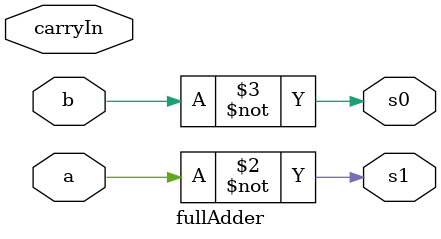
<source format=v>
module halfAdder (output s1, output s0, input a, input b);
// descrever por portas
xor XOR1 ( s0, a, b );
and AND1 ( s1, a, b );
endmodule // halfAdder
// -------------------------
// full adder
// -------------------------
module fullAdder ( output s1, output s0, input a, input b, input carryIn );
// descrever por portas e/ou modulos
// (valores arbitrarios escolhidos apenas para exemplo)
not NOT1 ( s1, a ); // valor arbitrario
not NOT2 ( s0, b ); // valor arbitrario
endmodule // fullAdder
module test_fullAdder;
// ------------------------- definir dados
reg [3:0] x;
reg [3:0] y;
wire [3:0] carry; //vai-um
wire [4:0] soma;
// halfAdder HA0 ( carry[0], soma[0], x[0], y[0] );
fullAdder FA0 ( carry[0], soma[0], x[0], y[0], 1'b0 );
// ------------------------- parte principal
initial begin
$display("Exemplo0802 - Felipe Augusto Morais Silva- 748473");
$display("Test ALU's full adder");
// projetar testes do somador completo
end
endmodule // test_fullAdder

</source>
